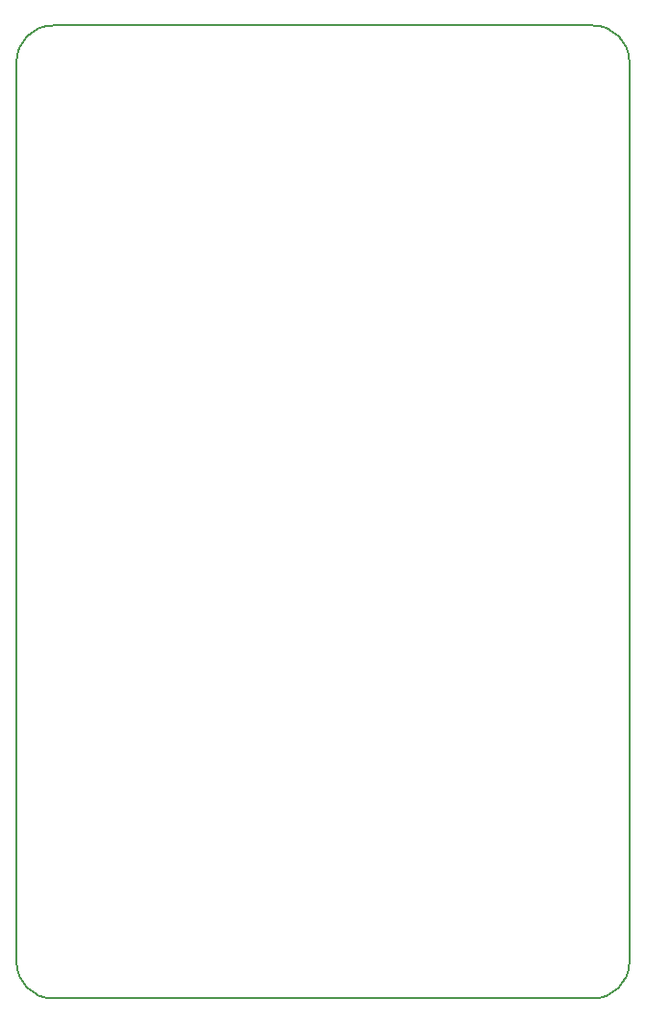
<source format=gbr>
%TF.GenerationSoftware,KiCad,Pcbnew,8.0.5*%
%TF.CreationDate,2025-05-11T18:50:40-04:00*%
%TF.ProjectId,Business_Card,42757369-6e65-4737-935f-436172642e6b,rev?*%
%TF.SameCoordinates,Original*%
%TF.FileFunction,Profile,NP*%
%FSLAX46Y46*%
G04 Gerber Fmt 4.6, Leading zero omitted, Abs format (unit mm)*
G04 Created by KiCad (PCBNEW 8.0.5) date 2025-05-11 18:50:40*
%MOMM*%
%LPD*%
G01*
G04 APERTURE LIST*
%TA.AperFunction,Profile*%
%ADD10C,0.200000*%
%TD*%
G04 APERTURE END LIST*
D10*
X165099239Y-115239300D02*
G75*
G02*
X161899200Y-118439339I-3200039J0D01*
G01*
X161899200Y-32839340D02*
G75*
G02*
X165099160Y-36039340I0J-3199960D01*
G01*
X165099239Y-36039340D02*
X165099239Y-115239300D01*
X111119239Y-115216958D02*
X111119239Y-36039300D01*
X111119239Y-36039300D02*
G75*
G02*
X114319200Y-32839339I3199961J0D01*
G01*
X114319200Y-118439340D02*
G75*
G02*
X111119237Y-115216958I100J3200140D01*
G01*
X114319200Y-32839340D02*
X161899200Y-32839340D01*
X161899200Y-118439340D02*
X114319200Y-118439340D01*
M02*

</source>
